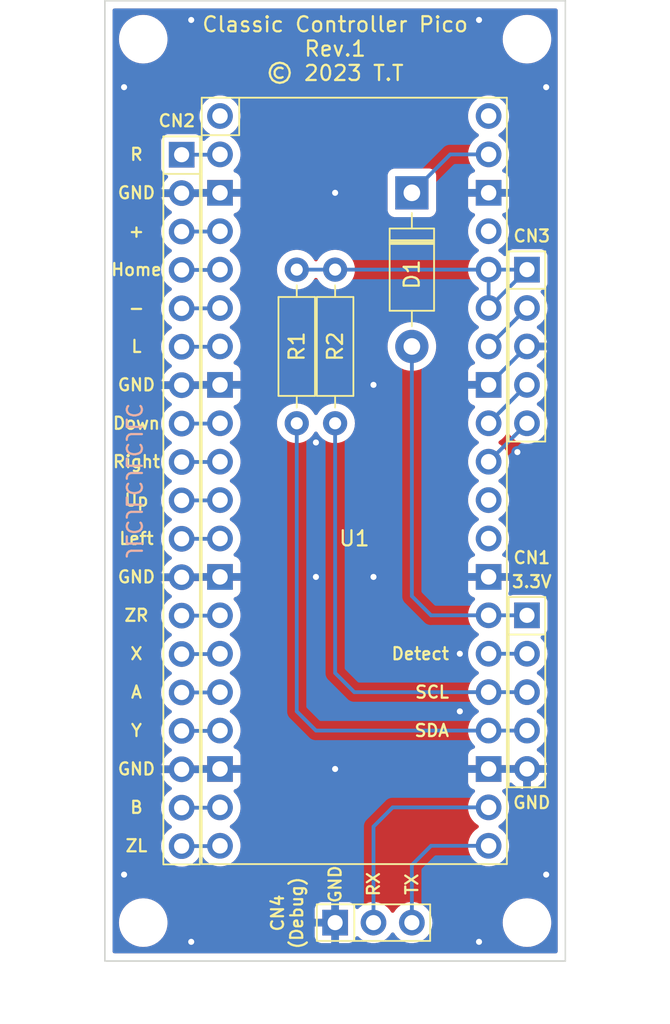
<source format=kicad_pcb>
(kicad_pcb (version 20211014) (generator pcbnew)
  (layers (0 "F.Cu" signal) (31 "B.Cu" signal) (34 "B.Paste" user) (35 "F.Paste" user) (36 "B.SilkS" user "B.Silkscreen") (37 "F.SilkS" user "F.Silkscreen") (38 "B.Mask" user) (39 "F.Mask" user) (44 "Edge.Cuts" user))
  (net 0 "")
  (net 1 "Net-(CN1-Pad1)")
  (net 2 "Net-(CN1-Pad2)")
  (net 3 "Net-(CN1-Pad3)")
  (net 4 "Net-(CN1-Pad4)")
  (net 5 "GND")
  (net 6 "Net-(CN2-Pad1)")
  (net 7 "Net-(CN2-Pad3)")
  (net 8 "Net-(CN2-Pad4)")
  (net 9 "Net-(CN2-Pad5)")
  (net 10 "Net-(CN2-Pad6)")
  (net 11 "Net-(CN2-Pad8)")
  (net 12 "Net-(CN2-Pad9)")
  (net 13 "Net-(CN2-Pad10)")
  (net 14 "Net-(CN2-Pad11)")
  (net 15 "Net-(CN2-Pad13)")
  (net 16 "Net-(CN2-Pad14)")
  (net 17 "Net-(CN2-Pad15)")
  (net 18 "Net-(CN2-Pad16)")
  (net 19 "Net-(CN2-Pad18)")
  (net 20 "Net-(CN2-Pad19)")
  (net 22 "Net-(CN3-Pad1)")
  (net 23 "Net-(CN3-Pad2)")
  (net 26 "Net-(CN3-Pad4)")
  (net 29 "Net-(D1-Pad1)")
  (net 30 "Net-(CN3-Pad5)")
  (net 31 "Net-(CN4-Pad3)")
  (net 32 "Net-(CN4-Pad2)")
  (footprint "Library:PinHeader_1x03_P2.54mm_Vertical" (layer "F.Cu") (at 133.35 113.03 90)
    (fp_text reference "CN4" (at 0.635 -3.81 90) (layer "F.SilkS") (effects (font (size 0.8 0.8))))
    (fp_text value "UART (for Debug)")
    (fp_line (start -1.21 6.29) (end 1.21 6.29) (layer "F.SilkS") (width 0.12))
    (fp_line (start -1.21 -1.21) (end -1.21 6.29) (layer "F.SilkS") (width 0.12))
    (fp_line (start -1.21 -1.21) (end 1.21 -1.21) (layer "F.SilkS") (width 0.12))
    (fp_line (start -1.21 1.27) (end 1.21 1.27) (layer "F.SilkS") (width 0.12))
    (fp_line (start 1.21 -1.21) (end 1.21 6.29) (layer "F.SilkS") (width 0.12))
    (pad "1" thru_hole rect (at 0 0 90) (size 1.7 1.7) (drill 1) (layers *.Cu *.Mask) (net 5 "GND"))
    (pad "2" thru_hole oval (at 0 2.54 90) (size 1.7 1.7) (drill 1) (layers *.Cu *.Mask) (net 32 "Net-(CN4-Pad2)"))
    (pad "3" thru_hole oval (at 0 5.08 90) (size 1.7 1.7) (drill 1) (layers *.Cu *.Mask) (net 31 "Net-(CN4-Pad3)"))
  )
  (footprint "Library:PinHeader_1x05_P2.54mm_Vertical" (layer "F.Cu") (at 146.05 69.85)
    (fp_text reference "CN3" (at 0.3175 -2.2225) (layer "F.SilkS") (effects (font (size 0.8 0.8))))
    (fp_text value "Analog Stick")
    (fp_line (start 1.21 -1.21) (end 1.21 11.37) (layer "F.SilkS") (width 0.12))
    (fp_line (start -1.21 -1.21) (end 1.21 -1.21) (layer "F.SilkS") (width 0.12))
    (fp_line (start -1.21 -1.21) (end -1.21 11.37) (layer "F.SilkS") (width 0.12))
    (fp_line (start -1.21 1.27) (end 1.21 1.27) (layer "F.SilkS") (width 0.12))
    (fp_line (start -1.21 11.37) (end 1.21 11.37) (layer "F.SilkS") (width 0.12))
    (pad "1" thru_hole rect (at 0 0) (size 1.7 1.7) (drill 1) (layers *.Cu *.Mask) (net 22 "Net-(CN3-Pad1)"))
    (pad "2" thru_hole oval (at 0 2.54) (size 1.7 1.7) (drill 1) (layers *.Cu *.Mask) (net 23 "Net-(CN3-Pad2)"))
    (pad "3" thru_hole oval (at 0 5.08) (size 1.7 1.7) (drill 1) (layers *.Cu *.Mask) (net 5 "GND"))
    (pad "4" thru_hole oval (at 0 7.62) (size 1.7 1.7) (drill 1) (layers *.Cu *.Mask) (net 26 "Net-(CN3-Pad4)"))
    (pad "5" thru_hole oval (at 0 10.16) (size 1.7 1.7) (drill 1) (layers *.Cu *.Mask) (net 30 "Net-(CN3-Pad5)"))
  )
  (footprint "MountingHole:MountingHole_2.2mm_M2" (layer "F.Cu") (at 120.65 113.03)
    (fp_text reference "REF**" hide)
    (fp_text value "MountingHole_2.2mm_M2")
    (pad "" np_thru_hole circle (at 0 0) (size 2.2 2.2) (drill 2.2) (layers *.Cu *.Mask))
  )
  (footprint "Library:PinHeader_1x05_P2.54mm_Vertical" (layer "F.Cu") (at 146.05 92.71)
    (fp_text reference "CN1" (at 0.3175 -3.81) (layer "F.SilkS") (effects (font (size 0.8 0.8))))
    (fp_text value "Wii Remote")
    (fp_line (start -1.21 1.27) (end 1.21 1.27) (layer "F.SilkS") (width 0.12))
    (fp_line (start -1.21 -1.21) (end 1.21 -1.21) (layer "F.SilkS") (width 0.12))
    (fp_line (start -1.21 -1.21) (end -1.21 11.37) (layer "F.SilkS") (width 0.12))
    (fp_line (start 1.21 -1.21) (end 1.21 11.37) (layer "F.SilkS") (width 0.12))
    (fp_line (start -1.21 11.37) (end 1.21 11.37) (layer "F.SilkS") (width 0.12))
    (pad "1" thru_hole rect (at 0 0) (size 1.7 1.7) (drill 1) (layers *.Cu *.Mask) (net 1 "Net-(CN1-Pad1)"))
    (pad "2" thru_hole oval (at 0 2.54) (size 1.7 1.7) (drill 1) (layers *.Cu *.Mask) (net 2 "Net-(CN1-Pad2)"))
    (pad "3" thru_hole oval (at 0 5.08) (size 1.7 1.7) (drill 1) (layers *.Cu *.Mask) (net 3 "Net-(CN1-Pad3)"))
    (pad "4" thru_hole oval (at 0 7.62) (size 1.7 1.7) (drill 1) (layers *.Cu *.Mask) (net 4 "Net-(CN1-Pad4)"))
    (pad "5" thru_hole oval (at 0 10.16) (size 1.7 1.7) (drill 1) (layers *.Cu *.Mask) (net 5 "GND"))
  )
  (footprint "MountingHole:MountingHole_2.2mm_M2" (layer "F.Cu") (at 146.05 54.61)
    (fp_text reference "REF**" hide)
    (fp_text value "MountingHole_2.2mm_M2")
    (pad "" np_thru_hole circle (at 0 0) (size 2.2 2.2) (drill 2.2) (layers *.Cu *.Mask))
  )
  (footprint "Library:PinHeader_1x19_P2.54mm_Vertical" (layer "F.Cu") (at 123.19 62.25)
    (fp_text reference "CN2" (at -0.3175 -2.2425) (layer "F.SilkS") (effects (font (size 0.8 0.8))))
    (fp_text value "Buttons")
    (fp_line (start -1.21 46.93) (end 1.21 46.93) (layer "F.SilkS") (width 0.12))
    (fp_line (start -1.21 1.27) (end 1.21 1.27) (layer "F.SilkS") (width 0.12))
    (fp_line (start -1.21 -1.21) (end 1.21 -1.21) (layer "F.SilkS") (width 0.12))
    (fp_line (start -1.21 -1.21) (end -1.21 46.93) (layer "F.SilkS") (width 0.12))
    (fp_line (start 1.21 -1.21) (end 1.21 46.93) (layer "F.SilkS") (width 0.12))
    (pad "1" thru_hole rect (at 0 0) (size 1.7 1.7) (drill 1) (layers *.Cu *.Mask) (net 6 "Net-(CN2-Pad1)"))
    (pad "2" thru_hole oval (at 0 2.54) (size 1.7 1.7) (drill 1) (layers *.Cu *.Mask) (net 5 "GND"))
    (pad "3" thru_hole oval (at 0 5.08) (size 1.7 1.7) (drill 1) (layers *.Cu *.Mask) (net 7 "Net-(CN2-Pad3)"))
    (pad "4" thru_hole oval (at 0 7.62) (size 1.7 1.7) (drill 1) (layers *.Cu *.Mask) (net 8 "Net-(CN2-Pad4)"))
    (pad "5" thru_hole oval (at 0 10.16) (size 1.7 1.7) (drill 1) (layers *.Cu *.Mask) (net 9 "Net-(CN2-Pad5)"))
    (pad "6" thru_hole oval (at 0 12.7) (size 1.7 1.7) (drill 1) (layers *.Cu *.Mask) (net 10 "Net-(CN2-Pad6)"))
    (pad "7" thru_hole oval (at 0 15.24) (size 1.7 1.7) (drill 1) (layers *.Cu *.Mask) (net 5 "GND"))
    (pad "8" thru_hole oval (at 0 17.78) (size 1.7 1.7) (drill 1) (layers *.Cu *.Mask) (net 11 "Net-(CN2-Pad8)"))
    (pad "9" thru_hole oval (at 0 20.32) (size 1.7 1.7) (drill 1) (layers *.Cu *.Mask) (net 12 "Net-(CN2-Pad9)"))
    (pad "10" thru_hole oval (at 0 22.86) (size 1.7 1.7) (drill 1) (layers *.Cu *.Mask) (net 13 "Net-(CN2-Pad10)"))
    (pad "11" thru_hole oval (at 0 25.4) (size 1.7 1.7) (drill 1) (layers *.Cu *.Mask) (net 14 "Net-(CN2-Pad11)"))
    (pad "12" thru_hole oval (at 0 27.94) (size 1.7 1.7) (drill 1) (layers *.Cu *.Mask) (net 5 "GND"))
    (pad "13" thru_hole oval (at 0 30.48) (size 1.7 1.7) (drill 1) (layers *.Cu *.Mask) (net 15 "Net-(CN2-Pad13)"))
    (pad "14" thru_hole oval (at 0 33.02) (size 1.7 1.7) (drill 1) (layers *.Cu *.Mask) (net 16 "Net-(CN2-Pad14)"))
    (pad "15" thru_hole oval (at 0 35.56) (size 1.7 1.7) (drill 1) (layers *.Cu *.Mask) (net 17 "Net-(CN2-Pad15)"))
    (pad "16" thru_hole oval (at 0 38.1) (size 1.7 1.7) (drill 1) (layers *.Cu *.Mask) (net 18 "Net-(CN2-Pad16)"))
    (pad "17" thru_hole oval (at 0 40.64) (size 1.7 1.7) (drill 1) (layers *.Cu *.Mask) (net 5 "GND"))
    (pad "18" thru_hole oval (at 0 43.18) (size 1.7 1.7) (drill 1) (layers *.Cu *.Mask) (net 19 "Net-(CN2-Pad18)"))
    (pad "19" thru_hole oval (at 0 45.72) (size 1.7 1.7) (drill 1) (layers *.Cu *.Mask) (net 20 "Net-(CN2-Pad19)"))
  )
  (footprint "Diode_THT:D_DO-41_SOD81_P10.16mm_Horizontal" (layer "F.Cu") (at 138.43 64.77 -90)
    (fp_text reference "D1" (at 5.3975 0 90) (layer "F.SilkS"))
    (fp_text value "1N5819")
    (fp_line (start 3.38 -1.47) (end 3.38 1.47) (layer "F.SilkS") (width 0.12))
    (fp_line (start 3.26 -1.47) (end 3.26 1.47) (layer "F.SilkS") (width 0.12))
    (fp_line (start 3.14 -1.47) (end 3.14 1.47) (layer "F.SilkS") (width 0.12))
    (fp_line (start 2.36 1.47) (end 7.8 1.47) (layer "F.SilkS") (width 0.12))
    (fp_line (start 7.8 1.47) (end 7.8 -1.47) (layer "F.SilkS") (width 0.12))
    (fp_line (start 1.34 0) (end 2.36 0) (layer "F.SilkS") (width 0.12))
    (fp_line (start 8.82 0) (end 7.8 0) (layer "F.SilkS") (width 0.12))
    (fp_line (start 2.36 -1.47) (end 2.36 1.47) (layer "F.SilkS") (width 0.12))
    (fp_line (start 7.8 -1.47) (end 2.36 -1.47) (layer "F.SilkS") (width 0.12))
    (pad "1" thru_hole rect (at 0 0 270) (size 2.2 2.2) (drill 1.1) (layers *.Cu *.Mask) (net 29 "Net-(D1-Pad1)"))
    (pad "2" thru_hole oval (at 10.16 0 270) (size 2.2 2.2) (drill 1.1) (layers *.Cu *.Mask) (net 1 "Net-(CN1-Pad1)"))
  )
  (footprint "MountingHole:MountingHole_2.2mm_M2" (layer "F.Cu") (at 120.65 54.61)
    (fp_text reference "REF**" hide)
    (fp_text value "MountingHole_2.2mm_M2")
    (pad "" np_thru_hole circle (at 0 0) (size 2.2 2.2) (drill 2.2) (layers *.Cu *.Mask))
  )
  (footprint "Library:RPi_Pico_SMD_TH" (layer "F.Cu") (at 134.62 83.82)
    (fp_text reference "U1" (at 0 3.81) (layer "F.SilkS"))
    (fp_text value "Raspberry Pi Pico")
    (fp_line (start 10.1 -25.34) (end 10.1 25.34) (layer "F.SilkS") (width 0.12))
    (fp_line (start -10.1 -25.34) (end 10.1 -25.34) (layer "F.SilkS") (width 0.12))
    (fp_line (start 10.1 25.34) (end -10.1 25.34) (layer "F.SilkS") (width 0.12))
    (fp_line (start -7.62 -22.86) (end -7.62 -25.34) (layer "F.SilkS") (width 0.12))
    (fp_line (start -10.1 -22.86) (end -7.62 -22.86) (layer "F.SilkS") (width 0.12))
    (fp_line (start -10.1 -25.34) (end -10.1 25.34) (layer "F.SilkS") (width 0.12))
    (pad "1" thru_hole oval (at -8.89 -24.13) (size 1.7 1.7) (drill 1.02) (layers *.Cu *.Mask))
    (pad "2" thru_hole oval (at -8.89 -21.59) (size 1.7 1.7) (drill 1.02) (layers *.Cu *.Mask) (net 6 "Net-(CN2-Pad1)"))
    (pad "3" thru_hole rect (at -8.89 -19.05) (size 1.7 1.7) (drill 1.02) (layers *.Cu *.Mask) (net 5 "GND"))
    (pad "4" thru_hole oval (at -8.89 -16.51) (size 1.7 1.7) (drill 1.02) (layers *.Cu *.Mask) (net 7 "Net-(CN2-Pad3)"))
    (pad "5" thru_hole oval (at -8.89 -13.97) (size 1.7 1.7) (drill 1.02) (layers *.Cu *.Mask) (net 8 "Net-(CN2-Pad4)"))
    (pad "6" thru_hole oval (at -8.89 -11.43) (size 1.7 1.7) (drill 1.02) (layers *.Cu *.Mask) (net 9 "Net-(CN2-Pad5)"))
    (pad "7" thru_hole oval (at -8.89 -8.89) (size 1.7 1.7) (drill 1.02) (layers *.Cu *.Mask) (net 10 "Net-(CN2-Pad6)"))
    (pad "8" thru_hole rect (at -8.89 -6.35) (size 1.7 1.7) (drill 1.02) (layers *.Cu *.Mask) (net 5 "GND"))
    (pad "9" thru_hole oval (at -8.89 -3.81) (size 1.7 1.7) (drill 1.02) (layers *.Cu *.Mask) (net 11 "Net-(CN2-Pad8)"))
    (pad "10" thru_hole oval (at -8.89 -1.27) (size 1.7 1.7) (drill 1.02) (layers *.Cu *.Mask) (net 12 "Net-(CN2-Pad9)"))
    (pad "11" thru_hole oval (at -8.89 1.27) (size 1.7 1.7) (drill 1.02) (layers *.Cu *.Mask) (net 13 "Net-(CN2-Pad10)"))
    (pad "12" thru_hole oval (at -8.89 3.81) (size 1.7 1.7) (drill 1.02) (layers *.Cu *.Mask) (net 14 "Net-(CN2-Pad11)"))
    (pad "13" thru_hole rect (at -8.89 6.35) (size 1.7 1.7) (drill 1.02) (layers *.Cu *.Mask) (net 5 "GND"))
    (pad "14" thru_hole oval (at -8.89 8.89) (size 1.7 1.7) (drill 1.02) (layers *.Cu *.Mask) (net 15 "Net-(CN2-Pad13)"))
    (pad "15" thru_hole oval (at -8.89 11.43) (size 1.7 1.7) (drill 1.02) (layers *.Cu *.Mask) (net 16 "Net-(CN2-Pad14)"))
    (pad "16" thru_hole oval (at -8.89 13.97) (size 1.7 1.7) (drill 1.02) (layers *.Cu *.Mask) (net 17 "Net-(CN2-Pad15)"))
    (pad "17" thru_hole oval (at -8.89 16.51) (size 1.7 1.7) (drill 1.02) (layers *.Cu *.Mask) (net 18 "Net-(CN2-Pad16)"))
    (pad "18" thru_hole rect (at -8.89 19.05) (size 1.7 1.7) (drill 1.02) (layers *.Cu *.Mask) (net 5 "GND"))
    (pad "19" thru_hole oval (at -8.89 21.59) (size 1.7 1.7) (drill 1.02) (layers *.Cu *.Mask) (net 19 "Net-(CN2-Pad18)"))
    (pad "20" thru_hole oval (at -8.89 24.13) (size 1.7 1.7) (drill 1.02) (layers *.Cu *.Mask) (net 20 "Net-(CN2-Pad19)"))
    (pad "21" thru_hole oval (at 8.89 24.13) (size 1.7 1.7) (drill 1.02) (layers *.Cu *.Mask) (net 31 "Net-(CN4-Pad3)"))
    (pad "22" thru_hole oval (at 8.89 21.59) (size 1.7 1.7) (drill 1.02) (layers *.Cu *.Mask) (net 32 "Net-(CN4-Pad2)"))
    (pad "23" thru_hole rect (at 8.89 19.05) (size 1.7 1.7) (drill 1.02) (layers *.Cu *.Mask) (net 5 "GND"))
    (pad "24" thru_hole oval (at 8.89 16.51) (size 1.7 1.7) (drill 1.02) (layers *.Cu *.Mask) (net 4 "Net-(CN1-Pad4)"))
    (pad "25" thru_hole oval (at 8.89 13.97) (size 1.7 1.7) (drill 1.02) (layers *.Cu *.Mask) (net 3 "Net-(CN1-Pad3)"))
    (pad "26" thru_hole oval (at 8.89 11.43) (size 1.7 1.7) (drill 1.02) (layers *.Cu *.Mask) (net 2 "Net-(CN1-Pad2)"))
    (pad "27" thru_hole oval (at 8.89 8.89) (size 1.7 1.7) (drill 1.02) (layers *.Cu *.Mask) (net 1 "Net-(CN1-Pad1)"))
    (pad "28" thru_hole rect (at 8.89 6.35) (size 1.7 1.7) (drill 1.02) (layers *.Cu *.Mask) (net 5 "GND"))
    (pad "29" thru_hole oval (at 8.89 3.81) (size 1.7 1.7) (drill 1.02) (layers *.Cu *.Mask))
    (pad "30" thru_hole oval (at 8.89 1.27) (size 1.7 1.7) (drill 1.02) (layers *.Cu *.Mask))
    (pad "31" thru_hole oval (at 8.89 -1.27) (size 1.7 1.7) (drill 1.02) (layers *.Cu *.Mask) (net 30 "Net-(CN3-Pad5)"))
    (pad "32" thru_hole oval (at 8.89 -3.81) (size 1.7 1.7) (drill 1.02) (layers *.Cu *.Mask) (net 26 "Net-(CN3-Pad4)"))
    (pad "33" thru_hole rect (at 8.89 -6.35) (size 1.7 1.7) (drill 1.02) (layers *.Cu *.Mask) (net 5 "GND"))
    (pad "34" thru_hole oval (at 8.89 -8.89) (size 1.7 1.7) (drill 1.02) (layers *.Cu *.Mask) (net 23 "Net-(CN3-Pad2)"))
    (pad "35" thru_hole oval (at 8.89 -11.43) (size 1.7 1.7) (drill 1.02) (layers *.Cu *.Mask) (net 22 "Net-(CN3-Pad1)"))
    (pad "36" thru_hole oval (at 8.89 -13.97) (size 1.7 1.7) (drill 1.02) (layers *.Cu *.Mask) (net 22 "Net-(CN3-Pad1)"))
    (pad "37" thru_hole oval (at 8.89 -16.51) (size 1.7 1.7) (drill 1.02) (layers *.Cu *.Mask))
    (pad "38" thru_hole rect (at 8.89 -19.05) (size 1.7 1.7) (drill 1.02) (layers *.Cu *.Mask) (net 5 "GND"))
    (pad "39" thru_hole oval (at 8.89 -21.59) (size 1.7 1.7) (drill 1.02) (layers *.Cu *.Mask) (net 29 "Net-(D1-Pad1)"))
    (pad "40" thru_hole oval (at 8.89 -24.13) (size 1.7 1.7) (drill 1.02) (layers *.Cu *.Mask))
  )
  (footprint "MountingHole:MountingHole_2.2mm_M2" (layer "F.Cu") (at 146.05 113.03)
    (fp_text reference "REF**" hide)
    (fp_text value "MountingHole_2.2mm_M2")
    (pad "" np_thru_hole circle (at 0 0) (size 2.2 2.2) (drill 2.2) (layers *.Cu *.Mask))
  )
  (footprint "Library:R_Axial_DIN0207_L6.3mm_D2.5mm_P10.16mm_Horizontal" (layer "F.Cu") (at 133.35 69.85 -90)
    (fp_text reference "R2" (at 5.08 0 -90) (layer "F.SilkS"))
    (fp_text value "2K")
    (fp_line (start 9.12 0) (end 8.35 0) (layer "F.SilkS") (width 0.12))
    (fp_line (start 8.35 -1.21) (end 1.81 -1.21) (layer "F.SilkS") (width 0.12))
    (fp_line (start 8.35 1.21) (end 8.35 -1.21) (layer "F.SilkS") (width 0.12))
    (fp_line (start 1.81 1.21) (end 8.35 1.21) (layer "F.SilkS") (width 0.12))
    (fp_line (start 1.81 -1.21) (end 1.81 1.21) (layer "F.SilkS") (width 0.12))
    (fp_line (start 1.04 0) (end 1.81 0) (layer "F.SilkS") (width 0.12))
    (pad "1" thru_hole circle (at 0 0 270) (size 1.6 1.6) (drill 0.8) (layers *.Cu *.Mask) (net 22 "Net-(CN3-Pad1)"))
    (pad "2" thru_hole oval (at 10.16 0 270) (size 1.6 1.6) (drill 0.8) (layers *.Cu *.Mask) (net 3 "Net-(CN1-Pad3)"))
  )
  (footprint "Library:R_Axial_DIN0207_L6.3mm_D2.5mm_P10.16mm_Horizontal" (layer "F.Cu") (at 130.81 69.85 -90)
    (fp_text reference "R1" (at 5.08 0 -90) (layer "F.SilkS"))
    (fp_text value "2K")
    (fp_line (start 1.81 1.21) (end 8.35 1.21) (layer "F.SilkS") (width 0.12))
    (fp_line (start 8.35 1.21) (end 8.35 -1.21) (layer "F.SilkS") (width 0.12))
    (fp_line (start 1.04 0) (end 1.81 0) (layer "F.SilkS") (width 0.12))
    (fp_line (start 9.12 0) (end 8.35 0) (layer "F.SilkS") (width 0.12))
    (fp_line (start 1.81 -1.21) (end 1.81 1.21) (layer "F.SilkS") (width 0.12))
    (fp_line (start 8.35 -1.21) (end 1.81 -1.21) (layer "F.SilkS") (width 0.12))
    (pad "1" thru_hole circle (at 0 0 270) (size 1.6 1.6) (drill 0.8) (layers *.Cu *.Mask) (net 22 "Net-(CN3-Pad1)"))
    (pad "2" thru_hole oval (at 10.16 0 270) (size 1.6 1.6) (drill 0.8) (layers *.Cu *.Mask) (net 4 "Net-(CN1-Pad4)"))
  )
  (gr_line (start 118.11 52.07) (end 148.59 52.07) (layer "Edge.Cuts") (width 0.1))
  (gr_line (start 118.11 115.57) (end 118.11 52.07) (layer "Edge.Cuts") (width 0.1))
  (gr_line (start 148.59 52.07) (end 148.59 115.57) (layer "Edge.Cuts") (width 0.1))
  (gr_line (start 148.59 115.57) (end 118.11 115.57) (layer "Edge.Cuts") (width 0.1))
  (gr_text "JLCJLCJLCJLC" (at 120.015 83.82 -90) (layer "B.SilkS") (effects (font (size 1 1)) (justify mirror)))
  (gr_text "Down" (at 120.2 80.01) (layer "F.SilkS") (effects (font (size 0.8 0.8))))
  (gr_text "R" (at 120.2 62.23) (layer "F.SilkS") (effects (font (size 0.8 0.8))))
  (gr_text "TX" (at 138.43 110.49 90) (layer "F.SilkS") (effects (font (size 0.8 0.8))))
  (gr_text "GND" (at 120.2 64.77) (layer "F.SilkS") (effects (font (size 0.8 0.8))))
  (gr_text "GND" (at 133.35 110.49 90) (layer "F.SilkS") (effects (font (size 0.8 0.8))))
  (gr_text "B" (at 120.2 105.41) (layer "F.SilkS") (effects (font (size 0.8 0.8))))
  (gr_text "SDA" (at 140.97 100.33) (layer "F.SilkS") (effects (font (size 0.8 0.8)) (justify right)))
  (gr_text "Detect" (at 140.97 95.25) (layer "F.SilkS") (effects (font (size 0.8 0.8)) (justify right)))
  (gr_text "Home" (at 120.2 69.85) (layer "F.SilkS") (effects (font (size 0.8 0.8))))
  (gr_text "GND" (at 120.2 90.17) (layer "F.SilkS") (effects (font (size 0.8 0.8))))
  (gr_text "X" (at 120.2 95.25) (layer "F.SilkS") (effects (font (size 0.8 0.8))))
  (gr_text "GND" (at 120.2 77.47) (layer "F.SilkS") (effects (font (size 0.8 0.8))))
  (gr_text "GND" (at 146.3675 105.0925) (layer "F.SilkS") (effects (font (size 0.8 0.8))))
  (gr_text "Left" (at 120.2 87.63) (layer "F.SilkS") (effects (font (size 0.8 0.8))))
  (gr_text "+" (at 120.2 67.31) (layer "F.SilkS") (effects (font (size 0.8 0.8))))
  (gr_text "-" (at 120.2 72.39) (layer "F.SilkS") (effects (font (size 0.8 0.8))))
  (gr_text "Y" (at 120.2 100.33) (layer "F.SilkS") (effects (font (size 0.8 0.8))))
  (gr_text "Right" (at 120.2 82.55) (layer "F.SilkS") (effects (font (size 0.8 0.8))))
  (gr_text "L" (at 120.2 74.93) (layer "F.SilkS") (effects (font (size 0.8 0.8))))
  (gr_text "Classic Controller Pico\nRev.1\n© 2023 T.T" (at 133.35 55.245) (layer "F.SilkS") (effects (font (size 1 1))))
  (gr_text "GND" (at 120.2 102.87) (layer "F.SilkS") (effects (font (size 0.8 0.8))))
  (gr_text "RX" (at 135.89 110.49 90) (layer "F.SilkS") (effects (font (size 0.8 0.8))))
  (gr_text "ZR" (at 120.2 92.71) (layer "F.SilkS") (effects (font (size 0.8 0.8))))
  (gr_text "SCL" (at 140.97 97.79) (layer "F.SilkS") (effects (font (size 0.8 0.8)) (justify right)))
  (gr_text "3.3V" (at 146.3675 90.4875) (layer "F.SilkS") (effects (font (size 0.8 0.8))))
  (gr_text "ZL" (at 120.2 107.95) (layer "F.SilkS") (effects (font (size 0.8 0.8))))
  (gr_text "A" (at 120.2 97.79) (layer "F.SilkS") (effects (font (size 0.8 0.8))))
  (gr_text "Up" (at 120.2 85.09) (layer "F.SilkS") (effects (font (size 0.8 0.8))))
  (gr_text "(Debug)" (at 130.81 112.395 90) (layer "F.SilkS") (effects (font (size 0.8 0.8))))
  (segment (start 138.43 74.93) (end 138.43 91.44) (width 0.25) (layer "B.Cu") (net 1))
  (segment (start 139.71 92.71) (end 146.05 92.71) (width 0.25) (layer "B.Cu") (net 1))
  (segment (start 139.705 92.715) (end 139.71 92.71) (width 0.25) (layer "B.Cu") (net 1))
  (segment (start 138.43 91.44) (end 139.705 92.715) (width 0.25) (layer "B.Cu") (net 1))
  (segment (start 143.51 95.25) (end 146.05 95.25) (width 0.25) (layer "B.Cu") (net 2))
  (segment (start 134.62 97.79) (end 146.05 97.79) (width 0.25) (layer "B.Cu") (net 3))
  (segment (start 133.35 96.52) (end 134.62 97.79) (width 0.25) (layer "B.Cu") (net 3))
  (segment (start 133.35 80.01) (end 133.35 96.52) (width 0.25) (layer "B.Cu") (net 3))
  (segment (start 130.81 99.06) (end 132.08 100.33) (width 0.25) (layer "B.Cu") (net 4))
  (segment (start 132.08 100.33) (end 146.05 100.33) (width 0.25) (layer "B.Cu") (net 4))
  (segment (start 130.81 80.01) (end 130.81 99.06) (width 0.25) (layer "B.Cu") (net 4))
  (via (at 133.35 102.87) (size 0.8) (drill 0.4) (layers "F.Cu" "B.Cu") (net 5))
  (via (at 133.35 64.77) (size 0.8) (drill 0.4) (layers "F.Cu" "B.Cu") (net 5))
  (via (at 142.875 53.34) (size 0.8) (drill 0.4) (layers "F.Cu" "B.Cu") (net 5))
  (via (at 132.08 90.17) (size 0.8) (drill 0.4) (layers "F.Cu" "B.Cu") (net 5))
  (via (at 135.89 90.17) (size 0.8) (drill 0.4) (layers "F.Cu" "B.Cu") (net 5))
  (via (at 132.08 81.28) (size 0.8) (drill 0.4) (layers "F.Cu" "B.Cu") (net 5))
  (via (at 142.875 114.3) (size 0.8) (drill 0.4) (layers "F.Cu" "B.Cu") (net 5))
  (via (at 145.415 81.915) (size 0.8) (drill 0.4) (layers "F.Cu" "B.Cu") (net 5))
  (via (at 147.32 57.785) (size 0.8) (drill 0.4) (layers "F.Cu" "B.Cu") (net 5))
  (via (at 119.38 109.855) (size 0.8) (drill 0.4) (layers "F.Cu" "B.Cu") (net 5))
  (via (at 141.605 99.06) (size 0.8) (drill 0.4) (layers "F.Cu" "B.Cu") (net 5))
  (via (at 123.825 53.34) (size 0.8) (drill 0.4) (layers "F.Cu" "B.Cu") (net 5))
  (via (at 141.605 95.25) (size 0.8) (drill 0.4) (layers "F.Cu" "B.Cu") (net 5))
  (via (at 147.32 109.855) (size 0.8) (drill 0.4) (layers "F.Cu" "B.Cu") (net 5))
  (via (at 123.825 114.3) (size 0.8) (drill 0.4) (layers "F.Cu" "B.Cu") (net 5))
  (via (at 119.38 57.785) (size 0.8) (drill 0.4) (layers "F.Cu" "B.Cu") (net 5))
  (via (at 135.89 77.47) (size 0.8) (drill 0.4) (layers "F.Cu" "B.Cu") (net 5))
  (segment (start 143.51 77.47) (end 146.05 74.93) (width 0.25) (layer "B.Cu") (net 5))
  (segment (start 123.19 62.25) (end 125.71 62.25) (width 0.25) (layer "B.Cu") (net 6))
  (segment (start 125.71 62.25) (end 125.73 62.23) (width 0.25) (layer "B.Cu") (net 6))
  (segment (start 123.19 67.33) (end 125.71 67.33) (width 0.25) (layer "B.Cu") (net 7))
  (segment (start 125.71 67.33) (end 125.73 67.31) (width 0.25) (layer "B.Cu") (net 7))
  (segment (start 125.71 69.87) (end 125.73 69.85) (width 0.25) (layer "B.Cu") (net 8))
  (segment (start 123.19 69.87) (end 125.71 69.87) (width 0.25) (layer "B.Cu") (net 8))
  (segment (start 125.71 72.41) (end 125.73 72.39) (width 0.25) (layer "B.Cu") (net 9))
  (segment (start 123.19 72.41) (end 125.71 72.41) (width 0.25) (layer "B.Cu") (net 9))
  (segment (start 125.71 74.95) (end 125.73 74.93) (width 0.25) (layer "B.Cu") (net 10))
  (segment (start 123.19 74.95) (end 125.71 74.95) (width 0.25) (layer "B.Cu") (net 10))
  (segment (start 125.71 80.03) (end 125.73 80.01) (width 0.25) (layer "B.Cu") (net 11))
  (segment (start 123.19 80.03) (end 125.71 80.03) (width 0.25) (layer "B.Cu") (net 11))
  (segment (start 123.19 82.57) (end 125.71 82.57) (width 0.25) (layer "B.Cu") (net 12))
  (segment (start 125.71 82.57) (end 125.73 82.55) (width 0.25) (layer "B.Cu") (net 12))
  (segment (start 123.19 85.11) (end 125.71 85.11) (width 0.25) (layer "B.Cu") (net 13))
  (segment (start 125.71 85.11) (end 125.73 85.09) (width 0.25) (layer "B.Cu") (net 13))
  (segment (start 123.19 87.65) (end 125.71 87.65) (width 0.25) (layer "B.Cu") (net 14))
  (segment (start 125.71 87.65) (end 125.73 87.63) (width 0.25) (layer "B.Cu") (net 14))
  (segment (start 123.19 92.73) (end 125.71 92.73) (width 0.25) (layer "B.Cu") (net 15))
  (segment (start 125.71 92.73) (end 125.73 92.71) (width 0.25) (layer "B.Cu") (net 15))
  (segment (start 125.71 95.27) (end 125.73 95.25) (width 0.25) (layer "B.Cu") (net 16))
  (segment (start 123.19 95.27) (end 125.71 95.27) (width 0.25) (layer "B.Cu") (net 16))
  (segment (start 125.71 97.81) (end 125.73 97.79) (width 0.25) (layer "B.Cu") (net 17))
  (segment (start 123.19 97.81) (end 125.71 97.81) (width 0.25) (layer "B.Cu") (net 17))
  (segment (start 123.19 100.35) (end 125.71 100.35) (width 0.25) (layer "B.Cu") (net 18))
  (segment (start 125.71 100.35) (end 125.73 100.33) (width 0.25) (layer "B.Cu") (net 18))
  (segment (start 123.19 105.43) (end 125.71 105.43) (width 0.25) (layer "B.Cu") (net 19))
  (segment (start 125.71 105.43) (end 125.73 105.41) (width 0.25) (layer "B.Cu") (net 19))
  (segment (start 125.71 107.97) (end 125.73 107.95) (width 0.25) (layer "B.Cu") (net 20))
  (segment (start 123.19 107.97) (end 125.71 107.97) (width 0.25) (layer "B.Cu") (net 20))
  (segment (start 143.51 69.85) (end 143.51 72.39) (width 0.25) (layer "B.Cu") (net 22))
  (segment (start 130.81 69.85) (end 146.05 69.85) (width 0.25) (layer "B.Cu") (net 22))
  (segment (start 143.51 72.39) (end 146.05 69.85) (width 0.25) (layer "B.Cu") (net 22))
  (segment (start 143.51 74.93) (end 146.05 72.39) (width 0.25) (layer "B.Cu") (net 23))
  (segment (start 143.51 80.01) (end 146.05 77.47) (width 0.25) (layer "B.Cu") (net 26))
  (segment (start 138.43 64.77) (end 140.97 62.23) (width 0.25) (layer "B.Cu") (net 29))
  (segment (start 140.97 62.23) (end 143.51 62.23) (width 0.25) (layer "B.Cu") (net 29))
  (segment (start 143.51 82.55) (end 146.05 80.01) (width 0.25) (layer "B.Cu") (net 30))
  (segment (start 139.7 107.95) (end 138.43 109.22) (width 0.25) (layer "B.Cu") (net 31))
  (segment (start 138.43 109.22) (end 138.43 113.03) (width 0.25) (layer "B.Cu") (net 31))
  (segment (start 143.51 107.95) (end 139.7 107.95) (width 0.25) (layer "B.Cu") (net 31))
  (segment (start 135.89 106.68) (end 135.89 113.03) (width 0.25) (layer "B.Cu") (net 32))
  (segment (start 137.16 105.41) (end 135.89 106.68) (width 0.25) (layer "B.Cu") (net 32))
  (segment (start 143.51 105.41) (end 137.16 105.41) (width 0.25) (layer "B.Cu") (net 32))
  (zone (net 5) (net_name "GND") (layers F&B.Cu) (connect_pads (clearance 0.508)) (min_thickness 0.254) (fill yes (thermal_gap 0.508) (thermal_bridge_width 0.508))
    (polygon (pts (xy 148.59 115.57) (xy 118.11 115.57) (xy 118.11 52.07) (xy 148.59 52.07)))
  )
)
</source>
